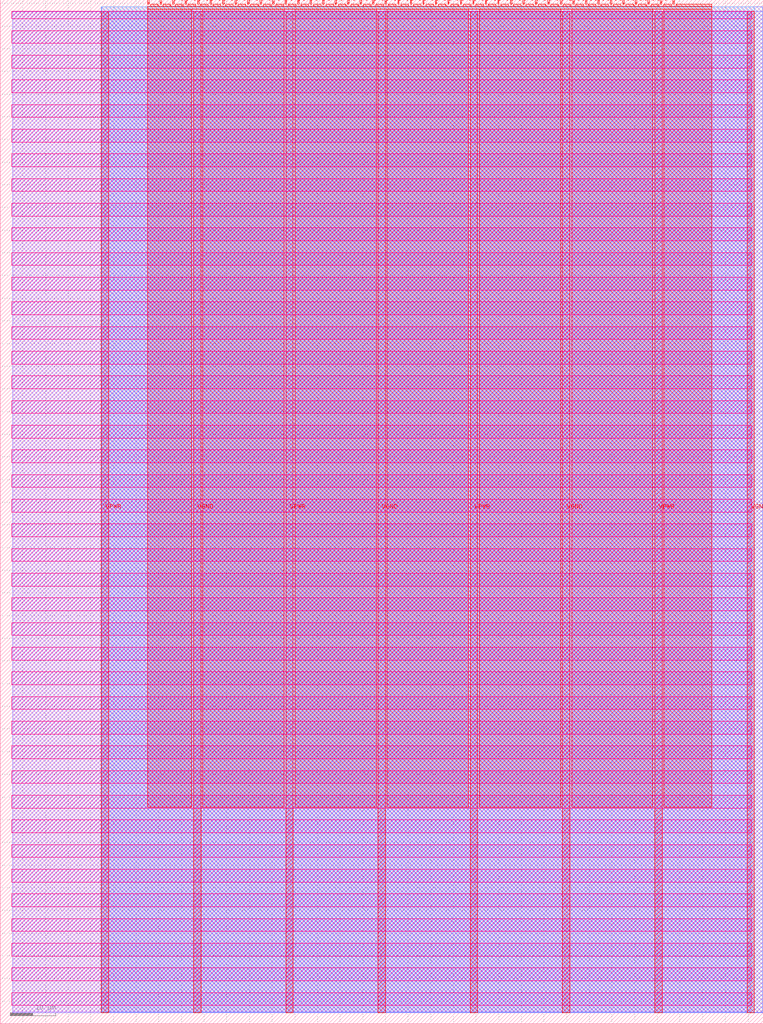
<source format=lef>
VERSION 5.7 ;
  NOWIREEXTENSIONATPIN ON ;
  DIVIDERCHAR "/" ;
  BUSBITCHARS "[]" ;
MACRO tt_um_urish_silife_dup
  CLASS BLOCK ;
  FOREIGN tt_um_urish_silife_dup ;
  ORIGIN 0.000 0.000 ;
  SIZE 168.360 BY 225.760 ;
  PIN VGND
    DIRECTION INOUT ;
    USE GROUND ;
    PORT
      LAYER met4 ;
        RECT 42.670 2.480 44.270 223.280 ;
    END
    PORT
      LAYER met4 ;
        RECT 83.380 2.480 84.980 223.280 ;
    END
    PORT
      LAYER met4 ;
        RECT 124.090 2.480 125.690 223.280 ;
    END
    PORT
      LAYER met4 ;
        RECT 164.800 2.480 166.400 223.280 ;
    END
  END VGND
  PIN VPWR
    DIRECTION INOUT ;
    USE POWER ;
    PORT
      LAYER met4 ;
        RECT 22.315 2.480 23.915 223.280 ;
    END
    PORT
      LAYER met4 ;
        RECT 63.025 2.480 64.625 223.280 ;
    END
    PORT
      LAYER met4 ;
        RECT 103.735 2.480 105.335 223.280 ;
    END
    PORT
      LAYER met4 ;
        RECT 144.445 2.480 146.045 223.280 ;
    END
  END VPWR
  PIN clk
    DIRECTION INPUT ;
    USE SIGNAL ;
    ANTENNAGATEAREA 0.852000 ;
    PORT
      LAYER met4 ;
        RECT 145.670 224.760 145.970 225.760 ;
    END
  END clk
  PIN ena
    DIRECTION INPUT ;
    USE SIGNAL ;
    PORT
      LAYER met4 ;
        RECT 148.430 224.760 148.730 225.760 ;
    END
  END ena
  PIN rst_n
    DIRECTION INPUT ;
    USE SIGNAL ;
    ANTENNAGATEAREA 0.196500 ;
    PORT
      LAYER met4 ;
        RECT 142.910 224.760 143.210 225.760 ;
    END
  END rst_n
  PIN ui_in[0]
    DIRECTION INPUT ;
    USE SIGNAL ;
    ANTENNAGATEAREA 0.126000 ;
    PORT
      LAYER met4 ;
        RECT 140.150 224.760 140.450 225.760 ;
    END
  END ui_in[0]
  PIN ui_in[1]
    DIRECTION INPUT ;
    USE SIGNAL ;
    ANTENNAGATEAREA 0.126000 ;
    PORT
      LAYER met4 ;
        RECT 137.390 224.760 137.690 225.760 ;
    END
  END ui_in[1]
  PIN ui_in[2]
    DIRECTION INPUT ;
    USE SIGNAL ;
    ANTENNAGATEAREA 0.213000 ;
    PORT
      LAYER met4 ;
        RECT 134.630 224.760 134.930 225.760 ;
    END
  END ui_in[2]
  PIN ui_in[3]
    DIRECTION INPUT ;
    USE SIGNAL ;
    PORT
      LAYER met4 ;
        RECT 131.870 224.760 132.170 225.760 ;
    END
  END ui_in[3]
  PIN ui_in[4]
    DIRECTION INPUT ;
    USE SIGNAL ;
    PORT
      LAYER met4 ;
        RECT 129.110 224.760 129.410 225.760 ;
    END
  END ui_in[4]
  PIN ui_in[5]
    DIRECTION INPUT ;
    USE SIGNAL ;
    PORT
      LAYER met4 ;
        RECT 126.350 224.760 126.650 225.760 ;
    END
  END ui_in[5]
  PIN ui_in[6]
    DIRECTION INPUT ;
    USE SIGNAL ;
    ANTENNAGATEAREA 0.159000 ;
    PORT
      LAYER met4 ;
        RECT 123.590 224.760 123.890 225.760 ;
    END
  END ui_in[6]
  PIN ui_in[7]
    DIRECTION INPUT ;
    USE SIGNAL ;
    ANTENNAGATEAREA 0.213000 ;
    PORT
      LAYER met4 ;
        RECT 120.830 224.760 121.130 225.760 ;
    END
  END ui_in[7]
  PIN uio_in[0]
    DIRECTION INPUT ;
    USE SIGNAL ;
    ANTENNAGATEAREA 0.196500 ;
    PORT
      LAYER met4 ;
        RECT 118.070 224.760 118.370 225.760 ;
    END
  END uio_in[0]
  PIN uio_in[1]
    DIRECTION INPUT ;
    USE SIGNAL ;
    ANTENNAGATEAREA 0.196500 ;
    PORT
      LAYER met4 ;
        RECT 115.310 224.760 115.610 225.760 ;
    END
  END uio_in[1]
  PIN uio_in[2]
    DIRECTION INPUT ;
    USE SIGNAL ;
    ANTENNAGATEAREA 0.196500 ;
    PORT
      LAYER met4 ;
        RECT 112.550 224.760 112.850 225.760 ;
    END
  END uio_in[2]
  PIN uio_in[3]
    DIRECTION INPUT ;
    USE SIGNAL ;
    ANTENNAGATEAREA 0.196500 ;
    PORT
      LAYER met4 ;
        RECT 109.790 224.760 110.090 225.760 ;
    END
  END uio_in[3]
  PIN uio_in[4]
    DIRECTION INPUT ;
    USE SIGNAL ;
    ANTENNAGATEAREA 0.196500 ;
    PORT
      LAYER met4 ;
        RECT 107.030 224.760 107.330 225.760 ;
    END
  END uio_in[4]
  PIN uio_in[5]
    DIRECTION INPUT ;
    USE SIGNAL ;
    ANTENNAGATEAREA 0.196500 ;
    PORT
      LAYER met4 ;
        RECT 104.270 224.760 104.570 225.760 ;
    END
  END uio_in[5]
  PIN uio_in[6]
    DIRECTION INPUT ;
    USE SIGNAL ;
    ANTENNAGATEAREA 0.196500 ;
    PORT
      LAYER met4 ;
        RECT 101.510 224.760 101.810 225.760 ;
    END
  END uio_in[6]
  PIN uio_in[7]
    DIRECTION INPUT ;
    USE SIGNAL ;
    ANTENNAGATEAREA 0.196500 ;
    PORT
      LAYER met4 ;
        RECT 98.750 224.760 99.050 225.760 ;
    END
  END uio_in[7]
  PIN uio_oe[0]
    DIRECTION OUTPUT TRISTATE ;
    USE SIGNAL ;
    PORT
      LAYER met4 ;
        RECT 51.830 224.760 52.130 225.760 ;
    END
  END uio_oe[0]
  PIN uio_oe[1]
    DIRECTION OUTPUT TRISTATE ;
    USE SIGNAL ;
    PORT
      LAYER met4 ;
        RECT 49.070 224.760 49.370 225.760 ;
    END
  END uio_oe[1]
  PIN uio_oe[2]
    DIRECTION OUTPUT TRISTATE ;
    USE SIGNAL ;
    PORT
      LAYER met4 ;
        RECT 46.310 224.760 46.610 225.760 ;
    END
  END uio_oe[2]
  PIN uio_oe[3]
    DIRECTION OUTPUT TRISTATE ;
    USE SIGNAL ;
    PORT
      LAYER met4 ;
        RECT 43.550 224.760 43.850 225.760 ;
    END
  END uio_oe[3]
  PIN uio_oe[4]
    DIRECTION OUTPUT TRISTATE ;
    USE SIGNAL ;
    PORT
      LAYER met4 ;
        RECT 40.790 224.760 41.090 225.760 ;
    END
  END uio_oe[4]
  PIN uio_oe[5]
    DIRECTION OUTPUT TRISTATE ;
    USE SIGNAL ;
    PORT
      LAYER met4 ;
        RECT 38.030 224.760 38.330 225.760 ;
    END
  END uio_oe[5]
  PIN uio_oe[6]
    DIRECTION OUTPUT TRISTATE ;
    USE SIGNAL ;
    PORT
      LAYER met4 ;
        RECT 35.270 224.760 35.570 225.760 ;
    END
  END uio_oe[6]
  PIN uio_oe[7]
    DIRECTION OUTPUT TRISTATE ;
    USE SIGNAL ;
    PORT
      LAYER met4 ;
        RECT 32.510 224.760 32.810 225.760 ;
    END
  END uio_oe[7]
  PIN uio_out[0]
    DIRECTION OUTPUT TRISTATE ;
    USE SIGNAL ;
    PORT
      LAYER met4 ;
        RECT 73.910 224.760 74.210 225.760 ;
    END
  END uio_out[0]
  PIN uio_out[1]
    DIRECTION OUTPUT TRISTATE ;
    USE SIGNAL ;
    PORT
      LAYER met4 ;
        RECT 71.150 224.760 71.450 225.760 ;
    END
  END uio_out[1]
  PIN uio_out[2]
    DIRECTION OUTPUT TRISTATE ;
    USE SIGNAL ;
    PORT
      LAYER met4 ;
        RECT 68.390 224.760 68.690 225.760 ;
    END
  END uio_out[2]
  PIN uio_out[3]
    DIRECTION OUTPUT TRISTATE ;
    USE SIGNAL ;
    PORT
      LAYER met4 ;
        RECT 65.630 224.760 65.930 225.760 ;
    END
  END uio_out[3]
  PIN uio_out[4]
    DIRECTION OUTPUT TRISTATE ;
    USE SIGNAL ;
    PORT
      LAYER met4 ;
        RECT 62.870 224.760 63.170 225.760 ;
    END
  END uio_out[4]
  PIN uio_out[5]
    DIRECTION OUTPUT TRISTATE ;
    USE SIGNAL ;
    PORT
      LAYER met4 ;
        RECT 60.110 224.760 60.410 225.760 ;
    END
  END uio_out[5]
  PIN uio_out[6]
    DIRECTION OUTPUT TRISTATE ;
    USE SIGNAL ;
    PORT
      LAYER met4 ;
        RECT 57.350 224.760 57.650 225.760 ;
    END
  END uio_out[6]
  PIN uio_out[7]
    DIRECTION OUTPUT TRISTATE ;
    USE SIGNAL ;
    PORT
      LAYER met4 ;
        RECT 54.590 224.760 54.890 225.760 ;
    END
  END uio_out[7]
  PIN uo_out[0]
    DIRECTION OUTPUT TRISTATE ;
    USE SIGNAL ;
    ANTENNADIFFAREA 0.924000 ;
    PORT
      LAYER met4 ;
        RECT 95.990 224.760 96.290 225.760 ;
    END
  END uo_out[0]
  PIN uo_out[1]
    DIRECTION OUTPUT TRISTATE ;
    USE SIGNAL ;
    ANTENNADIFFAREA 0.891000 ;
    PORT
      LAYER met4 ;
        RECT 93.230 224.760 93.530 225.760 ;
    END
  END uo_out[1]
  PIN uo_out[2]
    DIRECTION OUTPUT TRISTATE ;
    USE SIGNAL ;
    ANTENNADIFFAREA 0.891000 ;
    PORT
      LAYER met4 ;
        RECT 90.470 224.760 90.770 225.760 ;
    END
  END uo_out[2]
  PIN uo_out[3]
    DIRECTION OUTPUT TRISTATE ;
    USE SIGNAL ;
    ANTENNADIFFAREA 0.891000 ;
    PORT
      LAYER met4 ;
        RECT 87.710 224.760 88.010 225.760 ;
    END
  END uo_out[3]
  PIN uo_out[4]
    DIRECTION OUTPUT TRISTATE ;
    USE SIGNAL ;
    ANTENNADIFFAREA 0.924000 ;
    PORT
      LAYER met4 ;
        RECT 84.950 224.760 85.250 225.760 ;
    END
  END uo_out[4]
  PIN uo_out[5]
    DIRECTION OUTPUT TRISTATE ;
    USE SIGNAL ;
    ANTENNADIFFAREA 0.891000 ;
    PORT
      LAYER met4 ;
        RECT 82.190 224.760 82.490 225.760 ;
    END
  END uo_out[5]
  PIN uo_out[6]
    DIRECTION OUTPUT TRISTATE ;
    USE SIGNAL ;
    ANTENNADIFFAREA 0.891000 ;
    PORT
      LAYER met4 ;
        RECT 79.430 224.760 79.730 225.760 ;
    END
  END uo_out[6]
  PIN uo_out[7]
    DIRECTION OUTPUT TRISTATE ;
    USE SIGNAL ;
    ANTENNADIFFAREA 0.924000 ;
    PORT
      LAYER met4 ;
        RECT 76.670 224.760 76.970 225.760 ;
    END
  END uo_out[7]
  OBS
      LAYER nwell ;
        RECT 2.570 221.625 165.790 223.230 ;
        RECT 2.570 216.185 165.790 219.015 ;
        RECT 2.570 210.745 165.790 213.575 ;
        RECT 2.570 205.305 165.790 208.135 ;
        RECT 2.570 199.865 165.790 202.695 ;
        RECT 2.570 194.425 165.790 197.255 ;
        RECT 2.570 188.985 165.790 191.815 ;
        RECT 2.570 183.545 165.790 186.375 ;
        RECT 2.570 178.105 165.790 180.935 ;
        RECT 2.570 172.665 165.790 175.495 ;
        RECT 2.570 167.225 165.790 170.055 ;
        RECT 2.570 161.785 165.790 164.615 ;
        RECT 2.570 156.345 165.790 159.175 ;
        RECT 2.570 150.905 165.790 153.735 ;
        RECT 2.570 145.465 165.790 148.295 ;
        RECT 2.570 140.025 165.790 142.855 ;
        RECT 2.570 134.585 165.790 137.415 ;
        RECT 2.570 129.145 165.790 131.975 ;
        RECT 2.570 123.705 165.790 126.535 ;
        RECT 2.570 118.265 165.790 121.095 ;
        RECT 2.570 112.825 165.790 115.655 ;
        RECT 2.570 107.385 165.790 110.215 ;
        RECT 2.570 101.945 165.790 104.775 ;
        RECT 2.570 96.505 165.790 99.335 ;
        RECT 2.570 91.065 165.790 93.895 ;
        RECT 2.570 85.625 165.790 88.455 ;
        RECT 2.570 80.185 165.790 83.015 ;
        RECT 2.570 74.745 165.790 77.575 ;
        RECT 2.570 69.305 165.790 72.135 ;
        RECT 2.570 63.865 165.790 66.695 ;
        RECT 2.570 58.425 165.790 61.255 ;
        RECT 2.570 52.985 165.790 55.815 ;
        RECT 2.570 47.545 165.790 50.375 ;
        RECT 2.570 42.105 165.790 44.935 ;
        RECT 2.570 36.665 165.790 39.495 ;
        RECT 2.570 31.225 165.790 34.055 ;
        RECT 2.570 25.785 165.790 28.615 ;
        RECT 2.570 20.345 165.790 23.175 ;
        RECT 2.570 14.905 165.790 17.735 ;
        RECT 2.570 9.465 165.790 12.295 ;
        RECT 2.570 4.025 165.790 6.855 ;
      LAYER li1 ;
        RECT 2.760 2.635 165.600 223.125 ;
      LAYER met1 ;
        RECT 2.760 2.480 168.290 223.280 ;
      LAYER met2 ;
        RECT 22.345 2.535 168.260 224.245 ;
      LAYER met3 ;
        RECT 22.325 2.555 166.390 224.225 ;
      LAYER met4 ;
        RECT 33.210 224.360 34.870 224.760 ;
        RECT 35.970 224.360 37.630 224.760 ;
        RECT 38.730 224.360 40.390 224.760 ;
        RECT 41.490 224.360 43.150 224.760 ;
        RECT 44.250 224.360 45.910 224.760 ;
        RECT 47.010 224.360 48.670 224.760 ;
        RECT 49.770 224.360 51.430 224.760 ;
        RECT 52.530 224.360 54.190 224.760 ;
        RECT 55.290 224.360 56.950 224.760 ;
        RECT 58.050 224.360 59.710 224.760 ;
        RECT 60.810 224.360 62.470 224.760 ;
        RECT 63.570 224.360 65.230 224.760 ;
        RECT 66.330 224.360 67.990 224.760 ;
        RECT 69.090 224.360 70.750 224.760 ;
        RECT 71.850 224.360 73.510 224.760 ;
        RECT 74.610 224.360 76.270 224.760 ;
        RECT 77.370 224.360 79.030 224.760 ;
        RECT 80.130 224.360 81.790 224.760 ;
        RECT 82.890 224.360 84.550 224.760 ;
        RECT 85.650 224.360 87.310 224.760 ;
        RECT 88.410 224.360 90.070 224.760 ;
        RECT 91.170 224.360 92.830 224.760 ;
        RECT 93.930 224.360 95.590 224.760 ;
        RECT 96.690 224.360 98.350 224.760 ;
        RECT 99.450 224.360 101.110 224.760 ;
        RECT 102.210 224.360 103.870 224.760 ;
        RECT 104.970 224.360 106.630 224.760 ;
        RECT 107.730 224.360 109.390 224.760 ;
        RECT 110.490 224.360 112.150 224.760 ;
        RECT 113.250 224.360 114.910 224.760 ;
        RECT 116.010 224.360 117.670 224.760 ;
        RECT 118.770 224.360 120.430 224.760 ;
        RECT 121.530 224.360 123.190 224.760 ;
        RECT 124.290 224.360 125.950 224.760 ;
        RECT 127.050 224.360 128.710 224.760 ;
        RECT 129.810 224.360 131.470 224.760 ;
        RECT 132.570 224.360 134.230 224.760 ;
        RECT 135.330 224.360 136.990 224.760 ;
        RECT 138.090 224.360 139.750 224.760 ;
        RECT 140.850 224.360 142.510 224.760 ;
        RECT 143.610 224.360 145.270 224.760 ;
        RECT 146.370 224.360 148.030 224.760 ;
        RECT 149.130 224.360 157.025 224.760 ;
        RECT 32.495 223.680 157.025 224.360 ;
        RECT 32.495 47.775 42.270 223.680 ;
        RECT 44.670 47.775 62.625 223.680 ;
        RECT 65.025 47.775 82.980 223.680 ;
        RECT 85.380 47.775 103.335 223.680 ;
        RECT 105.735 47.775 123.690 223.680 ;
        RECT 126.090 47.775 144.045 223.680 ;
        RECT 146.445 47.775 157.025 223.680 ;
  END
END tt_um_urish_silife_dup
END LIBRARY


</source>
